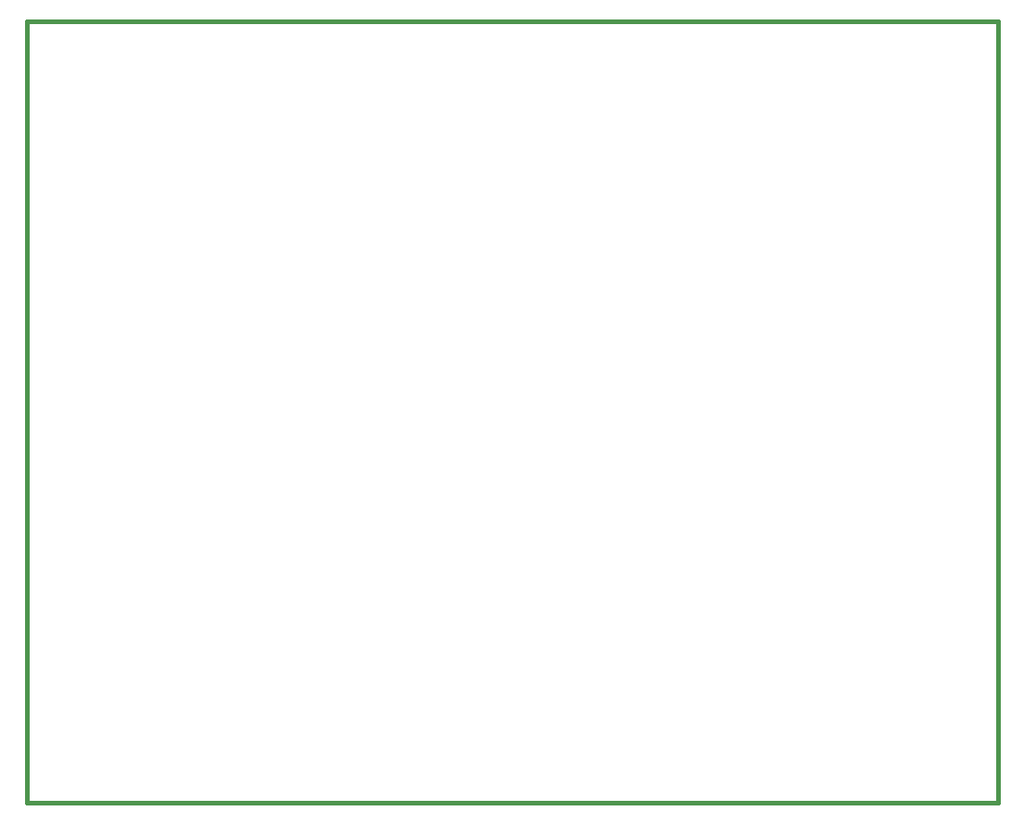
<source format=gbr>
G04 (created by PCBNEW-RS274X (2010-05-05 BZR 2356)-stable) date 12/25/2011 2:42:49 PM*
G01*
G70*
G90*
%MOIN*%
G04 Gerber Fmt 3.4, Leading zero omitted, Abs format*
%FSLAX34Y34*%
G04 APERTURE LIST*
%ADD10C,0.006000*%
%ADD11C,0.015000*%
G04 APERTURE END LIST*
G54D10*
G54D11*
X23570Y-70490D02*
X23580Y-70490D01*
X23570Y-71130D02*
X23570Y-70490D01*
X58480Y-71130D02*
X23570Y-71130D01*
X58480Y-43050D02*
X58480Y-71130D01*
X23570Y-43050D02*
X58480Y-43050D01*
X23570Y-70590D02*
X23570Y-43050D01*
M02*

</source>
